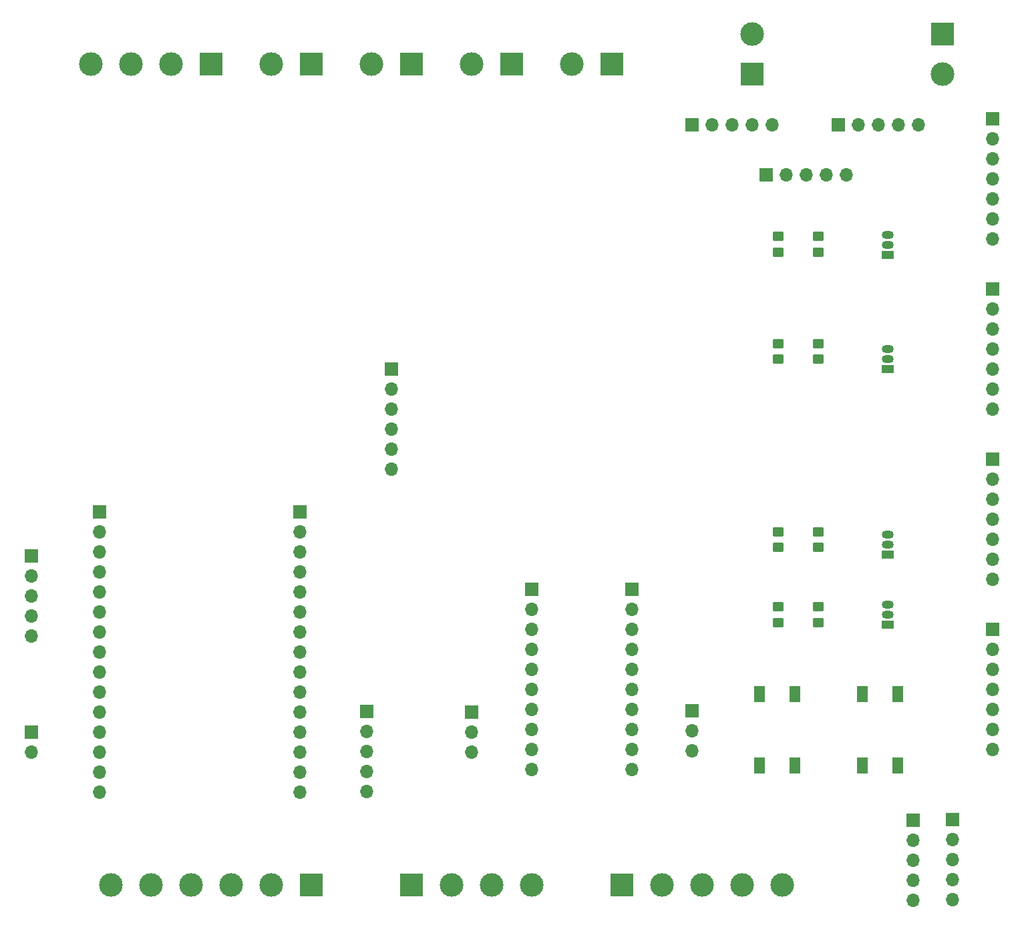
<source format=gts>
G04 #@! TF.GenerationSoftware,KiCad,Pcbnew,(6.0.7)*
G04 #@! TF.CreationDate,2023-03-22T16:35:55-04:00*
G04 #@! TF.ProjectId,FlyBoxBoard,466c7942-6f78-4426-9f61-72642e6b6963,rev?*
G04 #@! TF.SameCoordinates,Original*
G04 #@! TF.FileFunction,Soldermask,Top*
G04 #@! TF.FilePolarity,Negative*
%FSLAX46Y46*%
G04 Gerber Fmt 4.6, Leading zero omitted, Abs format (unit mm)*
G04 Created by KiCad (PCBNEW (6.0.7)) date 2023-03-22 16:35:55*
%MOMM*%
%LPD*%
G01*
G04 APERTURE LIST*
G04 Aperture macros list*
%AMRoundRect*
0 Rectangle with rounded corners*
0 $1 Rounding radius*
0 $2 $3 $4 $5 $6 $7 $8 $9 X,Y pos of 4 corners*
0 Add a 4 corners polygon primitive as box body*
4,1,4,$2,$3,$4,$5,$6,$7,$8,$9,$2,$3,0*
0 Add four circle primitives for the rounded corners*
1,1,$1+$1,$2,$3*
1,1,$1+$1,$4,$5*
1,1,$1+$1,$6,$7*
1,1,$1+$1,$8,$9*
0 Add four rect primitives between the rounded corners*
20,1,$1+$1,$2,$3,$4,$5,0*
20,1,$1+$1,$4,$5,$6,$7,0*
20,1,$1+$1,$6,$7,$8,$9,0*
20,1,$1+$1,$8,$9,$2,$3,0*%
G04 Aperture macros list end*
%ADD10R,1.500000X1.050000*%
%ADD11O,1.500000X1.050000*%
%ADD12R,3.000000X3.000000*%
%ADD13C,3.000000*%
%ADD14RoundRect,0.250000X-0.450000X0.350000X-0.450000X-0.350000X0.450000X-0.350000X0.450000X0.350000X0*%
%ADD15RoundRect,0.250000X0.450000X-0.350000X0.450000X0.350000X-0.450000X0.350000X-0.450000X-0.350000X0*%
%ADD16R,1.700000X1.700000*%
%ADD17O,1.700000X1.700000*%
%ADD18R,1.400000X2.100000*%
G04 APERTURE END LIST*
D10*
G04 #@! TO.C,J20*
X131445000Y-95885000D03*
D11*
X131445000Y-94615000D03*
X131445000Y-93345000D03*
G04 #@! TD*
D12*
G04 #@! TO.C,J11*
X83820000Y-24765000D03*
D13*
X78740000Y-24765000D03*
G04 #@! TD*
D14*
G04 #@! TO.C,J33*
X122682000Y-84090000D03*
X122682000Y-86090000D03*
G04 #@! TD*
G04 #@! TO.C,J29*
X122682000Y-46625000D03*
X122682000Y-48625000D03*
G04 #@! TD*
D15*
G04 #@! TO.C,J30*
X117602000Y-48625000D03*
X117602000Y-46625000D03*
G04 #@! TD*
D10*
G04 #@! TO.C,J36*
X131445000Y-63500000D03*
D11*
X131445000Y-62230000D03*
X131445000Y-60960000D03*
G04 #@! TD*
D16*
G04 #@! TO.C,J21*
X78740000Y-106988200D03*
D17*
X78740000Y-109528200D03*
X78740000Y-112068200D03*
G04 #@! TD*
D12*
G04 #@! TO.C,J6*
X97790000Y-128905000D03*
D13*
X102870000Y-128905000D03*
X107950000Y-128905000D03*
X113030000Y-128905000D03*
X118110000Y-128905000D03*
G04 #@! TD*
D14*
G04 #@! TO.C,J16*
X122682000Y-93615000D03*
X122682000Y-95615000D03*
G04 #@! TD*
D16*
G04 #@! TO.C,J27*
X99060000Y-91440000D03*
D17*
X99060000Y-93980000D03*
X99060000Y-96520000D03*
X99060000Y-99060000D03*
X99060000Y-101600000D03*
X99060000Y-104140000D03*
X99060000Y-106680000D03*
X99060000Y-109220000D03*
X99060000Y-111760000D03*
X99060000Y-114300000D03*
G04 #@! TD*
D16*
G04 #@! TO.C,J40*
X144780000Y-74930000D03*
D17*
X144780000Y-77470000D03*
X144780000Y-80010000D03*
X144780000Y-82550000D03*
X144780000Y-85090000D03*
X144780000Y-87630000D03*
X144780000Y-90170000D03*
G04 #@! TD*
D16*
G04 #@! TO.C,J5*
X56926800Y-81588200D03*
D17*
X56926800Y-84128200D03*
X56926800Y-86668200D03*
X56926800Y-89208200D03*
X56926800Y-91748200D03*
X56926800Y-94288200D03*
X56926800Y-96828200D03*
X56926800Y-99368200D03*
X56926800Y-101908200D03*
X56926800Y-104448200D03*
X56926800Y-106988200D03*
X56926800Y-109528200D03*
X56926800Y-112068200D03*
X56926800Y-114608200D03*
X56926800Y-117148200D03*
G04 #@! TD*
D10*
G04 #@! TO.C,J35*
X131445000Y-49022000D03*
D11*
X131445000Y-47752000D03*
X131445000Y-46482000D03*
G04 #@! TD*
D16*
G04 #@! TO.C,J25*
X65405000Y-106934000D03*
D17*
X65405000Y-109474000D03*
X65405000Y-112014000D03*
X65405000Y-114554000D03*
X65405000Y-117094000D03*
G04 #@! TD*
D16*
G04 #@! TO.C,J4*
X68580000Y-63500000D03*
D17*
X68580000Y-66040000D03*
X68580000Y-68580000D03*
X68580000Y-71120000D03*
X68580000Y-73660000D03*
X68580000Y-76200000D03*
G04 #@! TD*
D12*
G04 #@! TO.C,J15*
X58420000Y-128905000D03*
D13*
X53340000Y-128905000D03*
X48260000Y-128905000D03*
X43180000Y-128905000D03*
X38100000Y-128905000D03*
X33020000Y-128905000D03*
G04 #@! TD*
D16*
G04 #@! TO.C,J24*
X116078000Y-38862000D03*
D17*
X118618000Y-38862000D03*
X121158000Y-38862000D03*
X123698000Y-38862000D03*
X126238000Y-38862000D03*
G04 #@! TD*
D12*
G04 #@! TO.C,J10*
X71120000Y-24765000D03*
D13*
X66040000Y-24765000D03*
G04 #@! TD*
D16*
G04 #@! TO.C,J22*
X134645000Y-120680000D03*
D17*
X134645000Y-123220000D03*
X134645000Y-125760000D03*
X134645000Y-128300000D03*
X134645000Y-130840000D03*
G04 #@! TD*
D15*
G04 #@! TO.C,J32*
X117602000Y-62222000D03*
X117602000Y-60222000D03*
G04 #@! TD*
D12*
G04 #@! TO.C,J9*
X45720000Y-24765000D03*
D13*
X40640000Y-24765000D03*
X35560000Y-24765000D03*
X30480000Y-24765000D03*
G04 #@! TD*
D16*
G04 #@! TO.C,J7*
X125222000Y-32512000D03*
D17*
X127762000Y-32512000D03*
X130302000Y-32512000D03*
X132842000Y-32512000D03*
X135382000Y-32512000D03*
G04 #@! TD*
D14*
G04 #@! TO.C,J31*
X122682000Y-60222000D03*
X122682000Y-62222000D03*
G04 #@! TD*
D16*
G04 #@! TO.C,J28*
X106680000Y-106805800D03*
D17*
X106680000Y-109345800D03*
X106680000Y-111885800D03*
G04 #@! TD*
D16*
G04 #@! TO.C,J3*
X31526800Y-81588200D03*
D17*
X31526800Y-84128200D03*
X31526800Y-86668200D03*
X31526800Y-89208200D03*
X31526800Y-91748200D03*
X31526800Y-94288200D03*
X31526800Y-96828200D03*
X31526800Y-99368200D03*
X31526800Y-101908200D03*
X31526800Y-104448200D03*
X31526800Y-106988200D03*
X31526800Y-109528200D03*
X31526800Y-112068200D03*
X31526800Y-114608200D03*
X31526800Y-117148200D03*
G04 #@! TD*
D16*
G04 #@! TO.C,J19*
X22885000Y-109528200D03*
D17*
X22885000Y-112068200D03*
G04 #@! TD*
D16*
G04 #@! TO.C,J39*
X144780000Y-53340000D03*
D17*
X144780000Y-55880000D03*
X144780000Y-58420000D03*
X144780000Y-60960000D03*
X144780000Y-63500000D03*
X144780000Y-66040000D03*
X144780000Y-68580000D03*
G04 #@! TD*
D12*
G04 #@! TO.C,J13*
X58420000Y-24765000D03*
D13*
X53340000Y-24765000D03*
G04 #@! TD*
D12*
G04 #@! TO.C,J12*
X96520000Y-24765000D03*
D13*
X91440000Y-24765000D03*
G04 #@! TD*
D18*
G04 #@! TO.C,S2*
X128215000Y-113770000D03*
X128215000Y-104670000D03*
X132715000Y-113770000D03*
X132715000Y-104670000D03*
G04 #@! TD*
D12*
G04 #@! TO.C,J1*
X138430000Y-20955000D03*
D13*
X138430000Y-26035000D03*
G04 #@! TD*
D15*
G04 #@! TO.C,J17*
X117602000Y-95615000D03*
X117602000Y-93615000D03*
G04 #@! TD*
D16*
G04 #@! TO.C,J22*
X139700000Y-120650000D03*
D17*
X139700000Y-123190000D03*
X139700000Y-125730000D03*
X139700000Y-128270000D03*
X139700000Y-130810000D03*
G04 #@! TD*
D16*
G04 #@! TO.C,J26*
X144780000Y-96520000D03*
D17*
X144780000Y-99060000D03*
X144780000Y-101600000D03*
X144780000Y-104140000D03*
X144780000Y-106680000D03*
X144780000Y-109220000D03*
X144780000Y-111760000D03*
G04 #@! TD*
D16*
G04 #@! TO.C,J23*
X86360000Y-91440000D03*
D17*
X86360000Y-93980000D03*
X86360000Y-96520000D03*
X86360000Y-99060000D03*
X86360000Y-101600000D03*
X86360000Y-104140000D03*
X86360000Y-106680000D03*
X86360000Y-109220000D03*
X86360000Y-111760000D03*
X86360000Y-114300000D03*
G04 #@! TD*
D12*
G04 #@! TO.C,J14*
X71120000Y-128905000D03*
D13*
X76200000Y-128905000D03*
X81280000Y-128905000D03*
X86360000Y-128905000D03*
G04 #@! TD*
D10*
G04 #@! TO.C,J37*
X131445000Y-86995000D03*
D11*
X131445000Y-85725000D03*
X131445000Y-84455000D03*
G04 #@! TD*
D12*
G04 #@! TO.C,J2*
X114300000Y-26035000D03*
D13*
X114300000Y-20955000D03*
G04 #@! TD*
D16*
G04 #@! TO.C,J38*
X144780000Y-31750000D03*
D17*
X144780000Y-34290000D03*
X144780000Y-36830000D03*
X144780000Y-39370000D03*
X144780000Y-41910000D03*
X144780000Y-44450000D03*
X144780000Y-46990000D03*
G04 #@! TD*
D15*
G04 #@! TO.C,J34*
X117602000Y-86090000D03*
X117602000Y-84090000D03*
G04 #@! TD*
D16*
G04 #@! TO.C,J8*
X106680000Y-32512000D03*
D17*
X109220000Y-32512000D03*
X111760000Y-32512000D03*
X114300000Y-32512000D03*
X116840000Y-32512000D03*
G04 #@! TD*
D16*
G04 #@! TO.C,J18*
X22885000Y-87146200D03*
D17*
X22885000Y-89686200D03*
X22885000Y-92226200D03*
X22885000Y-94766200D03*
X22885000Y-97306200D03*
G04 #@! TD*
D18*
G04 #@! TO.C,S1*
X115225000Y-113770000D03*
X115225000Y-104670000D03*
X119725000Y-113770000D03*
X119725000Y-104670000D03*
G04 #@! TD*
M02*

</source>
